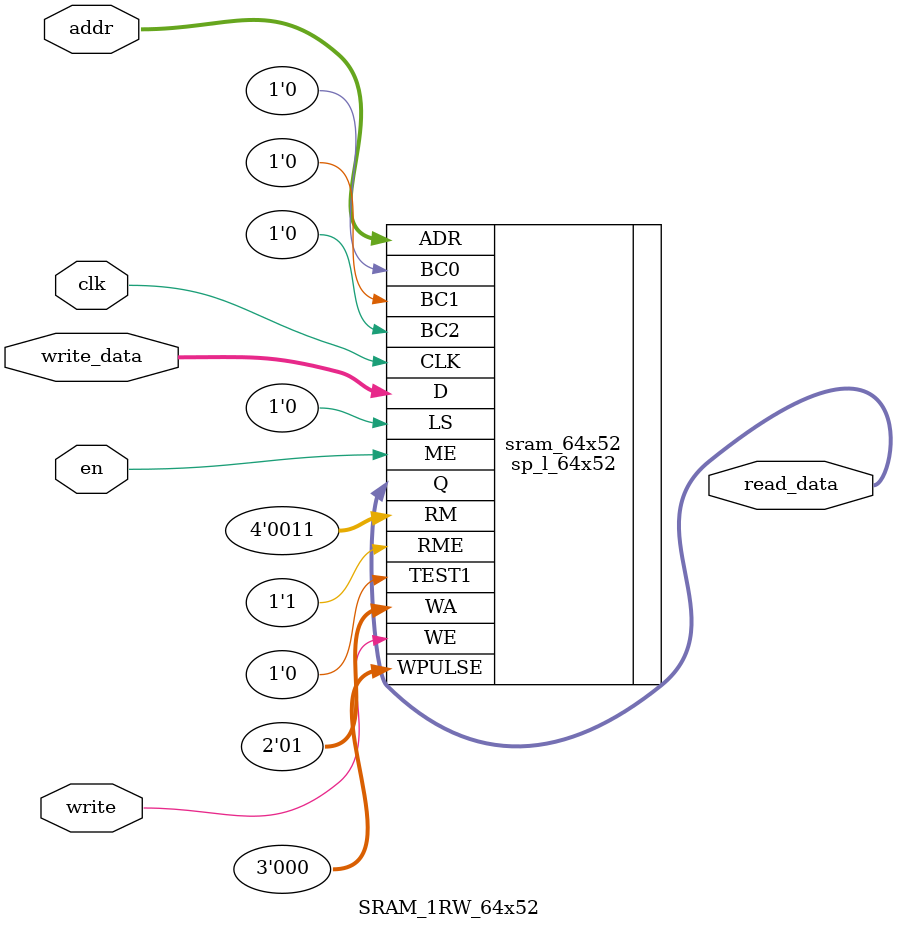
<source format=v>
module SRAM_1RW_64x52 (
    input clk,
    input en,
    input write,
    input [5:0] addr,
    input [51:0] write_data,
    output [51:0] read_data
);

    sp_l_64x52 sram_64x52(
        .Q (read_data),
        .ADR (addr),
        .D (write_data),
        .WE (write),
        .ME (en),
        .CLK (clk),
        .TEST1 (1'b0),
        .RME (1'b1),
        .RM (4'b0011),
        .WA (2'b01),
        .WPULSE (3'b000),
        .LS (1'b0),
        .BC0 (1'b0),
        .BC1 (1'b0),
        .BC2 (1'b0)
    );
endmodule

</source>
